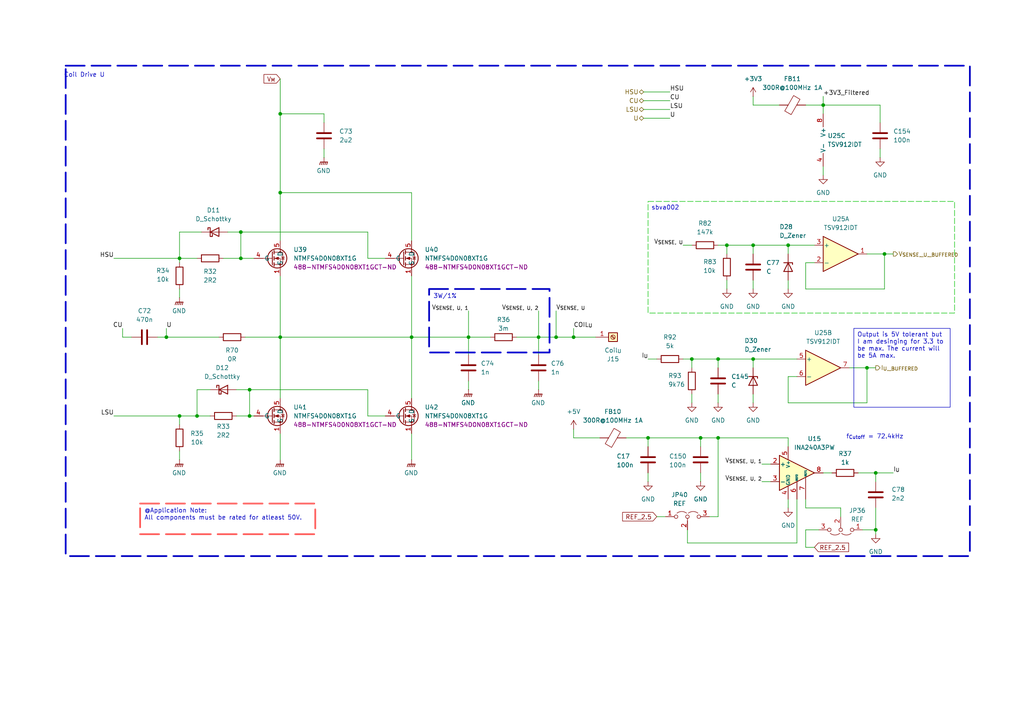
<source format=kicad_sch>
(kicad_sch (version 20231120) (generator "eeschema") (generator_version "8.0")
  (paper "A4")
  (title_block (title "HyperDrive Motor Controller") (rev "Mk. 1") (company "University of Alberta EcoCar Team"))
  (lib_symbols
    (symbol "Amplifier_Current:INA240A3PW" (pin_names (offset 0.127))
      (property "Reference" "U" (at 3.81 3.81 0))
      (property "Value" "INA240A3PW" (at 3.81 -2.54 0))
      (symbol "INA240A3PW_0_1"
        (polyline (pts (xy 5.08 0) (xy -5.08 5.08) (xy -5.08 -5.08) (xy 5.08 0)) (stroke (width 0.254)) (fill (type background)))
      )
      (symbol "INA240A3PW_1_1"
        (pin passive line (at -2.54 -7.62 90) (length 3.81) hide (name "GND") (number "1"))
        (pin input line (at -7.62 2.54 0) (length 2.54) (name "+") (number "2"))
        (pin input line (at -7.62 -2.54 0) (length 2.54) (name "-") (number "3"))
        (pin power_in line (at -2.54 -7.62 90) (length 3.81) (name "GND") (number "4"))
        (pin power_in line (at -2.54 7.62 270) (length 3.81) (name "V+") (number "5"))
        (pin passive line (at 0 -7.62 90) (length 5.08) (name "REF2") (number "6"))
        (pin passive line (at 2.54 -7.62 90) (length 6.35) (name "REF1") (number "7"))
        (pin output line (at 7.62 0 180) (length 2.54) (name "~") (number "8"))
      )
    )
    (symbol "Amplifier_Operational:TSV912IDT" (pin_names (offset 0.127))
      (property "Reference" "U" (at 0 5.08 0))
      (property "Value" "TSV912IDT" (at 0 -5.08 0))
      (symbol "TSV912IDT_1_1"
        (polyline (pts (xy -5.08 5.08) (xy 5.08 0) (xy -5.08 -5.08) (xy -5.08 5.08)) (stroke (width 0.254)) (fill (type background)))
        (pin output line (at 7.62 0 180) (length 2.54) (name "~") (number "1"))
        (pin input line (at -7.62 -2.54 0) (length 2.54) (name "-") (number "2"))
        (pin input line (at -7.62 2.54 0) (length 2.54) (name "+") (number "3"))
      )
      (symbol "TSV912IDT_2_1"
        (polyline (pts (xy -5.08 5.08) (xy 5.08 0) (xy -5.08 -5.08) (xy -5.08 5.08)) (stroke (width 0.254)) (fill (type background)))
        (pin input line (at -7.62 2.54 0) (length 2.54) (name "+") (number "5"))
        (pin input line (at -7.62 -2.54 0) (length 2.54) (name "-") (number "6"))
        (pin output line (at 7.62 0 180) (length 2.54) (name "~") (number "7"))
      )
      (symbol "TSV912IDT_3_1"
        (pin power_in line (at -2.54 -7.62 90) (length 3.81) (name "V-") (number "4"))
        (pin power_in line (at -2.54 7.62 270) (length 3.81) (name "V+") (number "8"))
      )
    )
    (symbol "Connector:Screw_Terminal_01x01" (pin_names (offset 1.016) hide)
      (property "Reference" "J" (at 0 2.54 0))
      (property "Value" "Screw_Terminal_01x01" (at 0 -2.54 0))
      (symbol "Screw_Terminal_01x01_1_1"
        (rectangle (start -1.27 1.27) (end 1.27 -1.27) (stroke (width 0.254)) (fill (type background)))
        (polyline (pts (xy -0.5334 0.3302) (xy 0.3302 -0.508)) (stroke (width 0.1524)))
        (polyline (pts (xy -0.3556 0.508) (xy 0.508 -0.3302)) (stroke (width 0.1524)))
        (circle (center 0 0) (radius 0.635) (stroke (width 0.1524)))
        (pin passive line (at -5.08 0 0) (length 3.81) (name "Pin_1") (number "1"))
      )
    )
    (symbol "Device:C" (pin_numbers hide) (pin_names (offset 0.254))
      (property "Reference" "C" (at 0.635 2.54 0))
      (property "Value" "C" (at 0.635 -2.54 0))
      (symbol "C_0_1"
        (polyline (pts (xy -2.032 -0.762) (xy 2.032 -0.762)) (stroke (width 0.508)))
        (polyline (pts (xy -2.032 0.762) (xy 2.032 0.762)) (stroke (width 0.508)))
      )
      (symbol "C_1_1"
        (pin passive line (at 0 3.81 270) (length 2.794) (name "~") (number "1"))
        (pin passive line (at 0 -3.81 90) (length 2.794) (name "~") (number "2"))
      )
    )
    (symbol "Device:D_Schottky" (pin_numbers hide) (pin_names (offset 1.016) hide)
      (property "Reference" "D" (at 0 2.54 0))
      (property "Value" "D_Schottky" (at 0 -2.54 0))
      (symbol "D_Schottky_0_1"
        (polyline (pts (xy 1.27 0) (xy -1.27 0)))
        (polyline (pts (xy 1.27 1.27) (xy 1.27 -1.27) (xy -1.27 0) (xy 1.27 1.27)) (stroke (width 0.254)))
        (polyline (pts (xy -1.905 0.635) (xy -1.905 1.27) (xy -1.27 1.27) (xy -1.27 -1.27) (xy -0.635 -1.27) (xy -0.635 -0.635)) (stroke (width 0.254)))
      )
      (symbol "D_Schottky_1_1"
        (pin passive line (at -3.81 0 0) (length 2.54) (name "K") (number "1"))
        (pin passive line (at 3.81 0 180) (length 2.54) (name "A") (number "2"))
      )
    )
    (symbol "Device:D_Zener" (pin_numbers hide) (pin_names (offset 1.016) hide)
      (property "Reference" "D" (at 0 2.54 0))
      (property "Value" "D_Zener" (at 0 -2.54 0))
      (symbol "D_Zener_0_1"
        (polyline (pts (xy 1.27 0) (xy -1.27 0)))
        (polyline (pts (xy -1.27 -1.27) (xy -1.27 1.27) (xy -0.762 1.27)) (stroke (width 0.254)))
        (polyline (pts (xy 1.27 -1.27) (xy 1.27 1.27) (xy -1.27 0) (xy 1.27 -1.27)) (stroke (width 0.254)))
      )
      (symbol "D_Zener_1_1"
        (pin passive line (at -3.81 0 0) (length 2.54) (name "K") (number "1"))
        (pin passive line (at 3.81 0 180) (length 2.54) (name "A") (number "2"))
      )
    )
    (symbol "Device:FerriteBead" (pin_numbers hide) (pin_names (offset 0))
      (property "Reference" "FB" (at -3.81 0.635 90))
      (property "Value" "FerriteBead" (at 3.81 0 90))
      (symbol "FerriteBead_0_1"
        (polyline (pts (xy 0 -1.27) (xy 0 -1.2192)))
        (polyline (pts (xy 0 1.27) (xy 0 1.2954)))
        (polyline (pts (xy -2.7686 0.4064) (xy -1.7018 2.2606) (xy 2.7686 -0.3048) (xy 1.6764 -2.159) (xy -2.7686 0.4064)))
      )
      (symbol "FerriteBead_1_1"
        (pin passive line (at 0 3.81 270) (length 2.54) (name "~") (number "1"))
        (pin passive line (at 0 -3.81 90) (length 2.54) (name "~") (number "2"))
      )
    )
    (symbol "Device:R" (pin_numbers hide) (pin_names (offset 0))
      (property "Reference" "R" (at 2.032 0 90))
      (property "Value" "R" (at 0 0 90))
      (symbol "R_0_1"
        (rectangle (start -1.016 -2.54) (end 1.016 2.54) (stroke (width 0.254)))
      )
      (symbol "R_1_1"
        (pin passive line (at 0 3.81 270) (length 1.27) (name "~") (number "1"))
        (pin passive line (at 0 -3.81 90) (length 1.27) (name "~") (number "2"))
      )
    )
    (symbol "Jumper:Jumper_3_Open" (pin_names (offset 0) hide) (exclude_from_sim yes) (in_bom no)
      (property "Reference" "JP" (at -2.54 -2.54 0))
      (property "Value" "Jumper_3_Open" (at 0 2.794 0))
      (symbol "Jumper_3_Open_0_0"
        (circle (center -3.302 0) (radius 0.508))
        (circle (center 0 0) (radius 0.508))
        (circle (center 3.302 0) (radius 0.508))
      )
      (symbol "Jumper_3_Open_0_1"
        (arc (start -0.254 1.016) (mid -1.651 1.4992) (end -3.048 1.016))
        (polyline (pts (xy 0 -0.508) (xy 0 -1.27)))
        (arc (start 3.048 1.016) (mid 1.651 1.4992) (end 0.254 1.016))
      )
      (symbol "Jumper_3_Open_1_1"
        (pin passive line (at -6.35 0 0) (length 2.54) (name "A") (number "1"))
        (pin passive line (at 0 -3.81 90) (length 2.54) (name "C") (number "2"))
        (pin passive line (at 6.35 0 180) (length 2.54) (name "B") (number "3"))
      )
    )
    (symbol "NTMFS4D0N08XT1G_1"
      (property "Reference" "U" (at 3.556 5.08 0))
      (property "Value" "NTMFS4D0N08XT1G" (at 11.938 2.794 0))
      (property "DK#" "488-NTMFS4D0N08XT1GCT-ND" (at 0.762 -13.97 0))
      (symbol "NTMFS4D0N08XT1G_1_0_1"
        (circle (center -0.889 0) (radius 2.794) (stroke (width 0.254)))
        (circle (center 0 -1.778) (radius 0.254) (fill (type outline)))
        (polyline (pts (xy -2.286 0) (xy -5.08 0)))
        (polyline (pts (xy -2.286 1.905) (xy -2.286 -1.905)) (stroke (width 0.254)))
        (polyline (pts (xy -1.778 -1.27) (xy -1.778 -2.286)) (stroke (width 0.254)))
        (polyline (pts (xy -1.778 0.508) (xy -1.778 -0.508)) (stroke (width 0.254)))
        (polyline (pts (xy -1.778 2.286) (xy -1.778 1.27)) (stroke (width 0.254)))
        (polyline (pts (xy 0 2.54) (xy 0 1.778)))
        (polyline (pts (xy 0 -2.54) (xy 0 0) (xy -1.778 0)))
        (polyline (pts (xy -1.778 -1.778) (xy 0.762 -1.778) (xy 0.762 1.778) (xy -1.778 1.778)))
        (polyline (pts (xy -1.524 0) (xy -0.508 0.381) (xy -0.508 -0.381) (xy -1.524 0)) (fill (type outline)))
        (polyline (pts (xy 0.254 0.508) (xy 0.381 0.381) (xy 1.143 0.381) (xy 1.27 0.254)))
        (polyline (pts (xy 0.762 0.381) (xy 0.381 -0.254) (xy 1.143 -0.254) (xy 0.762 0.381)))
        (circle (center 0 1.778) (radius 0.254) (fill (type outline)))
      )
      (symbol "NTMFS4D0N08XT1G_1_1_1"
        (pin passive line (at 0 -5.08 90) (length 2.54) (name "S") (number "1"))
        (pin passive line (at 0 -5.08 90) (length 2.54) hide (name "S") (number "2"))
        (pin passive line (at 0 -5.08 90) (length 2.54) hide (name "S") (number "3"))
        (pin input line (at -7.62 0 0) (length 2.54) (name "G") (number "4"))
        (pin passive line (at 0 5.08 270) (length 2.54) (name "D") (number "5"))
      )
    )
    (symbol "power:+3V3" (power) (pin_numbers hide) (pin_names (offset 0) hide)
      (property "Value" "+3V3" (at 0 3.556 0))
      (symbol "+3V3_0_1"
        (polyline (pts (xy -0.762 1.27) (xy 0 2.54)))
        (polyline (pts (xy 0 0) (xy 0 2.54)))
        (polyline (pts (xy 0 2.54) (xy 0.762 1.27)))
      )
      (symbol "+3V3_1_1"
        (pin power_in line (at 0 0 90) (length 0) (name "~") (number "1"))
      )
    )
    (symbol "power:+5V" (power) (pin_numbers hide) (pin_names (offset 0) hide)
      (property "Value" "+5V" (at 0 3.556 0))
      (symbol "+5V_0_1"
        (polyline (pts (xy -0.762 1.27) (xy 0 2.54)))
        (polyline (pts (xy 0 0) (xy 0 2.54)))
        (polyline (pts (xy 0 2.54) (xy 0.762 1.27)))
      )
      (symbol "+5V_1_1"
        (pin power_in line (at 0 0 90) (length 0) (name "~") (number "1"))
      )
    )
    (symbol "power:GND" (power) (pin_numbers hide) (pin_names (offset 0) hide)
      (property "Value" "GND" (at 0 -3.81 0))
      (symbol "GND_0_1"
        (polyline (pts (xy 0 0) (xy 0 -1.27) (xy 1.27 -1.27) (xy 0 -2.54) (xy -1.27 -1.27) (xy 0 -1.27)))
      )
      (symbol "GND_1_1"
        (pin power_in line (at 0 0 270) (length 0) (name "~") (number "1"))
      )
    )
    (symbol "power:GNDPWR" (power) (pin_numbers hide) (pin_names (offset 0) hide)
      (property "Value" "GNDPWR" (at 0 -3.302 0))
      (symbol "GNDPWR_0_1"
        (polyline (pts (xy 0 -1.27) (xy 0 0)))
        (polyline (pts (xy -1.016 -1.27) (xy -1.27 -2.032) (xy -1.27 -2.032)) (stroke (width 0.2032)))
        (polyline (pts (xy -0.508 -1.27) (xy -0.762 -2.032) (xy -0.762 -2.032)) (stroke (width 0.2032)))
        (polyline (pts (xy 0 -1.27) (xy -0.254 -2.032) (xy -0.254 -2.032)) (stroke (width 0.2032)))
        (polyline (pts (xy 0.508 -1.27) (xy 0.254 -2.032) (xy 0.254 -2.032)) (stroke (width 0.2032)))
        (polyline (pts (xy 1.016 -1.27) (xy -1.016 -1.27) (xy -1.016 -1.27)) (stroke (width 0.2032)))
        (polyline (pts (xy 1.016 -1.27) (xy 0.762 -2.032) (xy 0.762 -2.032) (xy 0.762 -2.032)) (stroke (width 0.2032)))
      )
      (symbol "GNDPWR_1_1"
        (pin power_in line (at 0 0 270) (length 0) (name "~") (number "1"))
      )
    )
  )
  (junction (at 81.28 97.79))
  (junction (at 69.85 67.31))
  (junction (at 210.82 71.12))
  (junction (at 256.54 73.66))
  (junction (at 72.39 113.03))
  (junction (at 135.89 97.79))
  (junction (at 81.28 33.02))
  (junction (at 48.26 97.79))
  (junction (at 208.28 104.14))
  (junction (at 200.66 104.14))
  (junction (at 52.07 120.65))
  (junction (at 166.37 97.79))
  (junction (at 187.96 127))
  (junction (at 238.76 30.48))
  (junction (at 228.6 71.12))
  (junction (at 156.21 97.79))
  (junction (at 218.44 104.14))
  (junction (at 69.85 74.93))
  (junction (at 119.38 97.79))
  (junction (at 218.44 71.12))
  (junction (at 161.29 97.79))
  (junction (at 254 153.67))
  (junction (at 81.28 55.88))
  (junction (at 208.28 127))
  (junction (at 57.15 120.65))
  (junction (at 251.46 106.68))
  (junction (at 254 137.16))
  (junction (at 203.2 127))
  (junction (at 52.07 74.93))
  (junction (at 72.39 120.65))
  (wire (pts (xy 52.07 130.81) (xy 52.07 133.35)))
  (wire (pts (xy 228.6 71.12) (xy 236.22 71.12)))
  (wire (pts (xy 233.68 153.67) (xy 233.68 158.75)))
  (wire (pts (xy 208.28 127) (xy 208.28 149.86)))
  (wire (pts (xy 69.85 74.93) (xy 73.66 74.93)))
  (wire (pts (xy 203.2 129.54) (xy 203.2 127)))
  (wire (pts (xy 57.15 120.65) (xy 60.96 120.65)))
  (wire (pts (xy 238.76 30.48) (xy 238.76 33.02)))
  (wire (pts (xy 198.12 104.14) (xy 200.66 104.14)))
  (wire (pts (xy 210.82 71.12) (xy 218.44 71.12)))
  (wire (pts (xy 119.38 55.88) (xy 81.28 55.88)))
  (wire (pts (xy 135.89 97.79) (xy 135.89 102.87)))
  (wire (pts (xy 57.15 120.65) (xy 52.07 120.65)))
  (wire (pts (xy 57.15 113.03) (xy 57.15 120.65)))
  (wire (pts (xy 218.44 104.14) (xy 218.44 106.68)))
  (wire (pts (xy 135.89 97.79) (xy 142.24 97.79)))
  (wire (pts (xy 156.21 97.79) (xy 156.21 102.87)))
  (wire (pts (xy 156.21 110.49) (xy 156.21 113.03)))
  (wire (pts (xy 52.07 74.93) (xy 52.07 76.2)))
  (wire (pts (xy 166.37 127) (xy 173.99 127)))
  (wire (pts (xy 81.28 125.73) (xy 81.28 133.35)))
  (wire (pts (xy 119.38 97.79) (xy 135.89 97.79)))
  (wire (pts (xy 93.98 33.02) (xy 93.98 35.56)))
  (wire (pts (xy 190.5 149.86) (xy 193.04 149.86)))
  (wire (pts (xy 218.44 71.12) (xy 218.44 73.66)))
  (wire (pts (xy 68.58 113.03) (xy 72.39 113.03)))
  (wire (pts (xy 35.56 97.79) (xy 38.1 97.79)))
  (wire (pts (xy 228.6 144.78) (xy 228.6 147.32)))
  (wire (pts (xy 166.37 124.46) (xy 166.37 127)))
  (wire (pts (xy 218.44 81.28) (xy 218.44 83.82)))
  (wire (pts (xy 233.68 76.2) (xy 233.68 83.82)))
  (wire (pts (xy 81.28 33.02) (xy 93.98 33.02)))
  (wire (pts (xy 66.04 67.31) (xy 69.85 67.31)))
  (wire (pts (xy 166.37 95.25) (xy 166.37 97.79)))
  (wire (pts (xy 218.44 30.48) (xy 226.06 30.48)))
  (wire (pts (xy 198.12 71.12) (xy 200.66 71.12)))
  (wire (pts (xy 254 153.67) (xy 254 154.94)))
  (wire (pts (xy 106.68 120.65) (xy 111.76 120.65)))
  (wire (pts (xy 161.29 97.79) (xy 156.21 97.79)))
  (wire (pts (xy 119.38 125.73) (xy 119.38 133.35)))
  (wire (pts (xy 52.07 74.93) (xy 57.15 74.93)))
  (wire (pts (xy 250.19 153.67) (xy 254 153.67)))
  (wire (pts (xy 208.28 104.14) (xy 218.44 104.14)))
  (wire (pts (xy 254 137.16) (xy 248.92 137.16)))
  (wire (pts (xy 52.07 67.31) (xy 52.07 74.93)))
  (wire (pts (xy 166.37 97.79) (xy 172.72 97.79)))
  (wire (pts (xy 199.39 157.48) (xy 231.14 157.48)))
  (wire (pts (xy 199.39 153.67) (xy 199.39 157.48)))
  (wire (pts (xy 238.76 137.16) (xy 241.3 137.16)))
  (wire (pts (xy 72.39 120.65) (xy 73.66 120.65)))
  (wire (pts (xy 233.68 147.32) (xy 243.84 147.32)))
  (wire (pts (xy 186.69 26.67) (xy 194.31 26.67)))
  (wire (pts (xy 208.28 114.3) (xy 208.28 116.84)))
  (wire (pts (xy 186.69 29.21) (xy 194.31 29.21)))
  (wire (pts (xy 187.96 127) (xy 187.96 129.54)))
  (wire (pts (xy 149.86 97.79) (xy 156.21 97.79)))
  (wire (pts (xy 203.2 137.16) (xy 203.2 139.7)))
  (wire (pts (xy 48.26 97.79) (xy 63.5 97.79)))
  (wire (pts (xy 251.46 106.68) (xy 254 106.68)))
  (wire (pts (xy 187.96 127) (xy 203.2 127)))
  (wire (pts (xy 81.28 55.88) (xy 81.28 69.85)))
  (wire (pts (xy 69.85 67.31) (xy 69.85 74.93)))
  (wire (pts (xy 187.96 104.14) (xy 190.5 104.14)))
  (wire (pts (xy 52.07 83.82) (xy 52.07 86.36)))
  (wire (pts (xy 220.98 134.62) (xy 223.52 134.62)))
  (wire (pts (xy 256.54 73.66) (xy 259.08 73.66)))
  (wire (pts (xy 218.44 27.94) (xy 218.44 30.48)))
  (wire (pts (xy 186.69 31.75) (xy 194.31 31.75)))
  (wire (pts (xy 200.66 104.14) (xy 208.28 104.14)))
  (wire (pts (xy 210.82 71.12) (xy 210.82 73.66)))
  (wire (pts (xy 119.38 80.01) (xy 119.38 97.79)))
  (wire (pts (xy 228.6 71.12) (xy 228.6 73.66)))
  (wire (pts (xy 208.28 104.14) (xy 208.28 106.68)))
  (wire (pts (xy 238.76 27.94) (xy 238.76 30.48)))
  (wire (pts (xy 60.96 113.03) (xy 57.15 113.03)))
  (wire (pts (xy 203.2 127) (xy 208.28 127)))
  (wire (pts (xy 256.54 83.82) (xy 256.54 73.66)))
  (wire (pts (xy 186.69 34.29) (xy 194.31 34.29)))
  (wire (pts (xy 228.6 109.22) (xy 228.6 116.84)))
  (wire (pts (xy 233.68 144.78) (xy 233.68 147.32)))
  (wire (pts (xy 161.29 90.17) (xy 161.29 97.79)))
  (wire (pts (xy 243.84 147.32) (xy 243.84 149.86)))
  (wire (pts (xy 231.14 157.48) (xy 231.14 144.78)))
  (wire (pts (xy 208.28 71.12) (xy 210.82 71.12)))
  (wire (pts (xy 238.76 48.26) (xy 238.76 50.8)))
  (wire (pts (xy 255.27 30.48) (xy 238.76 30.48)))
  (wire (pts (xy 251.46 73.66) (xy 256.54 73.66)))
  (wire (pts (xy 45.72 97.79) (xy 48.26 97.79)))
  (wire (pts (xy 228.6 127) (xy 228.6 129.54)))
  (wire (pts (xy 236.22 158.75) (xy 233.68 158.75)))
  (wire (pts (xy 52.07 120.65) (xy 52.07 123.19)))
  (wire (pts (xy 228.6 81.28) (xy 228.6 83.82)))
  (wire (pts (xy 81.28 33.02) (xy 81.28 55.88)))
  (wire (pts (xy 228.6 109.22) (xy 231.14 109.22)))
  (wire (pts (xy 200.66 104.14) (xy 200.66 106.68)))
  (wire (pts (xy 68.58 120.65) (xy 72.39 120.65)))
  (wire (pts (xy 106.68 120.65) (xy 106.68 113.03)))
  (wire (pts (xy 218.44 114.3) (xy 218.44 116.84)))
  (wire (pts (xy 106.68 113.03) (xy 72.39 113.03)))
  (wire (pts (xy 71.12 97.79) (xy 81.28 97.79)))
  (wire (pts (xy 33.02 120.65) (xy 52.07 120.65)))
  (wire (pts (xy 254 147.32) (xy 254 153.67)))
  (wire (pts (xy 156.21 90.17) (xy 156.21 97.79)))
  (wire (pts (xy 106.68 74.93) (xy 111.76 74.93)))
  (wire (pts (xy 135.89 110.49) (xy 135.89 113.03)))
  (wire (pts (xy 228.6 116.84) (xy 251.46 116.84)))
  (wire (pts (xy 48.26 95.25) (xy 48.26 97.79)))
  (wire (pts (xy 218.44 104.14) (xy 231.14 104.14)))
  (wire (pts (xy 166.37 97.79) (xy 161.29 97.79)))
  (wire (pts (xy 81.28 80.01) (xy 81.28 97.79)))
  (wire (pts (xy 119.38 69.85) (xy 119.38 55.88)))
  (wire (pts (xy 81.28 22.86) (xy 81.28 33.02)))
  (wire (pts (xy 58.42 67.31) (xy 52.07 67.31)))
  (wire (pts (xy 233.68 153.67) (xy 237.49 153.67)))
  (wire (pts (xy 135.89 90.17) (xy 135.89 97.79)))
  (wire (pts (xy 233.68 83.82) (xy 256.54 83.82)))
  (wire (pts (xy 119.38 115.57) (xy 119.38 97.79)))
  (wire (pts (xy 233.68 30.48) (xy 238.76 30.48)))
  (wire (pts (xy 208.28 127) (xy 228.6 127)))
  (wire (pts (xy 81.28 97.79) (xy 119.38 97.79)))
  (wire (pts (xy 220.98 139.7) (xy 223.52 139.7)))
  (wire (pts (xy 254 137.16) (xy 254 139.7)))
  (wire (pts (xy 187.96 137.16) (xy 187.96 139.7)))
  (wire (pts (xy 106.68 74.93) (xy 106.68 67.31)))
  (wire (pts (xy 106.68 67.31) (xy 69.85 67.31)))
  (wire (pts (xy 251.46 106.68) (xy 246.38 106.68)))
  (wire (pts (xy 236.22 76.2) (xy 233.68 76.2)))
  (wire (pts (xy 72.39 113.03) (xy 72.39 120.65)))
  (wire (pts (xy 64.77 74.93) (xy 69.85 74.93)))
  (wire (pts (xy 255.27 35.56) (xy 255.27 30.48)))
  (wire (pts (xy 254 137.16) (xy 259.08 137.16)))
  (wire (pts (xy 200.66 114.3) (xy 200.66 116.84)))
  (wire (pts (xy 251.46 116.84) (xy 251.46 106.68)))
  (wire (pts (xy 255.27 43.18) (xy 255.27 45.72)))
  (wire (pts (xy 181.61 127) (xy 187.96 127)))
  (wire (pts (xy 93.98 43.18) (xy 93.98 45.72)))
  (wire (pts (xy 210.82 81.28) (xy 210.82 83.82)))
  (wire (pts (xy 81.28 97.79) (xy 81.28 115.57)))
  (wire (pts (xy 33.02 74.93) (xy 52.07 74.93)))
  (wire (pts (xy 35.56 95.25) (xy 35.56 97.79)))
  (wire (pts (xy 208.28 149.86) (xy 205.74 149.86)))
  (wire (pts (xy 218.44 71.12) (xy 228.6 71.12)))
  (rectangle (start 19.05 19.05) (end 281.305 161.29) (stroke (width 0.5) (type dash)))
  (text_box "3W/1%" (at 124.46 83.82 0) (size 34.925 18.415) (stroke (width 0.5) (type dash)) (effects (font (size 1.27 1.27)) (justify left top)))
  (text_box "@Application Note:\nAll components must be rated for atleast 50V." (at 40.64 146.05 0) (size 50.8 8.89) (stroke (width 0.5) (type dash) (color 255 88 86 1)) (effects (font (size 1.27 1.27)) (justify left top)))
  (text_box "Output is 5V tolerant but I am desinging for 3.3 to be max. The current will be 5A max." (at 247.65 95.25 0) (size 27.94 22.86) (effects (font (size 1.27 1.27)) (justify left top)))
  (text_box "sbva002" (at 187.96 58.42 0) (size 88.9 32.385) (stroke (width 0) (type dash) (color 0 194 0 1)) (effects (font (size 1.27 1.27)) (justify left top)))
  (text "Coil Drive U" (at 18.542 21.844 0) (effects (font (size 1.27 1.27)) (justify left)))
  (text "f_{Cutoff} = 72.4kHz" (at 253.746 126.746 0) (effects (font (size 1.27 1.27))))
  (label "HSU" (at 194.31 26.67 0))
  (label "+3V3_Filtered" (at 238.76 27.94 0))
  (label "HSU" (at 33.02 74.93 180))
  (label "U" (at 48.26 95.25 0))
  (label "V_{SENSE, U, 2}" (at 220.98 139.7 180))
  (label "CU" (at 35.56 95.25 180))
  (label "I_{U}" (at 259.08 137.16 0))
  (label "V_{SENSE, U}" (at 198.12 71.12 180))
  (label "U" (at 194.31 34.29 0))
  (label "LSU" (at 33.02 120.65 180))
  (label "COIL_{U}" (at 166.37 95.25 0))
  (label "I_{U}" (at 187.96 104.14 180))
  (label "V_{SENSE, U, 1}" (at 135.89 90.17 180))
  (label "CU" (at 194.31 29.21 0))
  (label "V_{SENSE, U, 2}" (at 156.21 90.17 180))
  (label "V_{SENSE, U, 1}" (at 220.98 134.62 180))
  (label "LSU" (at 194.31 31.75 0))
  (label "V_{SENSE, U}" (at 161.29 90.17 0))
  (global_label "V_{M}" (shape input) (at 81.28 22.86 180) (property "Intersheetrefs" "${INTERSHEET_REFS}" (effects (hide yes))))
  (global_label "REF_2.5" (shape input) (at 190.5 149.86 180) (property "Intersheetrefs" "${INTERSHEET_REFS}" (effects (hide yes))))
  (global_label "REF_2.5" (shape input) (at 236.22 158.75 0) (property "Intersheetrefs" "${INTERSHEET_REFS}" (effects (hide yes))))
  (hierarchical_label "HSU" (shape bidirectional) (at 186.69 26.67 180))
  (hierarchical_label "U" (shape bidirectional) (at 186.69 34.29 180))
  (hierarchical_label "LSU" (shape bidirectional) (at 186.69 31.75 180))
  (hierarchical_label "V_{SENSE,_U,_BUFFERED}" (shape output) (at 259.08 73.66 0))
  (hierarchical_label "I_{U,_BUFFERED}" (shape output) (at 254 106.68 0))
  (hierarchical_label "CU" (shape bidirectional) (at 186.69 29.21 180))
  (symbol (lib_name "NTMFS4D0N08XT1G_1") (lib_id "ecocad_lib_symbols:NTMFS4D0N08XT1G") (at 119.38 74.93 0) (unit 1)
    (property "Reference" "U40" (at 123.19 72.3899 0) (effects (justify left)))
    (property "Value" "NTMFS4D0N08XT1G" (at 123.19 74.9299 0) (effects (justify left)))
    (property "Footprint" "ecocad_lib_footprints:PowerMosDFNHybrid" (effects (hide yes)))
    (property "Datasheet" "https://www.onsemi.com/download/data-sheet/pdf/ntmfs4d0n08x-d.pdf" (effects (hide yes)))
    (property "Description" "N-Channel 80 V 119A (Tc) 107W (Tc) Surface Mount 5-DFN (5x6) (8-SOFL)" (effects (hide yes)))
    (property "DK#" "488-NTMFS4D0N08XT1GCT-ND" (at 123.19 77.4699 0) (effects (justify left)))
  )
  (symbol (lib_id "Device:R") (at 60.96 74.93 90) (unit 1)
    (property "Reference" "R32" (at 60.96 78.74 90))
    (property "Value" "2R2" (at 60.96 81.28 90))
    (property "Footprint" "Resistor_SMD:R_0603_1608Metric" (effects (hide yes)))
    (property "Description" "Resistor" (effects (hide yes)))
  )
  (symbol (lib_id "Amplifier_Operational:TSV912IDT") (at 243.84 73.66 0) (unit 1)
    (property "Reference" "U25" (at 243.84 63.5 0))
    (property "Value" "TSV912IDT" (at 243.84 66.04 0))
    (property "Footprint" "Package_SO:SOIC-8_3.9x4.9mm_P1.27mm" (effects (hide yes)))
    (property "Datasheet" "www.st.com/resource/en/datasheet/tsv911.pdf" (effects (hide yes)))
    (property "Description" "Dual rail-to-rail input/output 8 MHz operational amplifiers, SOIC-8" (effects (hide yes)))
    (property "LCSC Part#" "C1509138" (effects (hide yes)))
    (property "DK#" "497-8165-1-ND" (effects (hide yes)))
    (property "LCSC#" "C1509138" (effects (hide yes)))
  )
  (symbol (lib_id "power:GNDPWR") (at 81.28 133.35 0) (unit 1)
    (property "Reference" "#PWR0108" (effects (hide yes)))
    (property "Value" "GND" (at 81.153 137.16 0))
    (property "Description" "Power symbol creates a global label with name \"GNDPWR\" , global ground" (effects (hide yes)))
  )
  (symbol (lib_id "Amplifier_Current:INA240A3PW") (at 231.14 137.16 0) (unit 1)
    (property "Reference" "U15" (at 236.22 127.254 0))
    (property "Value" "INA240A3PW" (at 236.22 129.794 0))
    (property "Footprint" "Package_SO:TSSOP-8_4.4x3mm_P0.65mm" (effects (hide yes)))
    (property "Datasheet" "http://www.ti.com/lit/ds/symlink/ina240.pdf" (effects (hide yes)))
    (property "Description" "High- and Low-Side, Bidirectional, Zero-Drift, Current-Sense Amplifier With Enhanced PWM Rejection, 100V/V, TSSOP-8" (effects (hide yes)))
  )
  (symbol (lib_id "Device:D_Zener") (at 218.44 110.49 270) (unit 1)
    (property "Reference" "D30" (at 215.9 98.806 90) (effects (justify left)))
    (property "Value" "D_Zener" (at 215.9 101.346 90) (effects (justify left)))
    (property "Description" "Zener diode" (effects (hide yes)))
  )
  (symbol (lib_id "Amplifier_Operational:TSV912IDT") (at 241.3 40.64 0) (unit 3)
    (property "Reference" "U25" (at 240.03 39.3699 0) (effects (justify left)))
    (property "Value" "TSV912IDT" (at 240.03 41.9099 0) (effects (justify left)))
    (property "Footprint" "Package_SO:SOIC-8_3.9x4.9mm_P1.27mm" (effects (hide yes)))
    (property "Datasheet" "www.st.com/resource/en/datasheet/tsv911.pdf" (effects (hide yes)))
    (property "Description" "Dual rail-to-rail input/output 8 MHz operational amplifiers, SOIC-8" (effects (hide yes)))
    (property "LCSC Part#" "C1509138" (effects (hide yes)))
    (property "DK#" "497-8165-1-ND" (effects (hide yes)))
    (property "LCSC#" "C1509138" (effects (hide yes)))
  )
  (symbol (lib_id "Device:D_Zener") (at 228.6 77.47 270) (unit 1)
    (property "Reference" "D28" (at 226.06 65.786 90) (effects (justify left)))
    (property "Value" "D_Zener" (at 226.06 68.326 90) (effects (justify left)))
    (property "Description" "Zener diode" (effects (hide yes)))
  )
  (symbol (lib_id "Device:C") (at 218.44 77.47 0) (unit 1)
    (property "Reference" "C77" (at 222.25 76.1999 0) (effects (justify left)))
    (property "Value" "C" (at 222.25 78.7399 0) (effects (justify left)))
    (property "Footprint" "Capacitor_SMD:C_0603_1608Metric" (effects (hide yes)))
    (property "Description" "Unpolarized capacitor" (effects (hide yes)))
  )
  (symbol (lib_id "power:GND") (at 238.76 50.8 0) (unit 1)
    (property "Reference" "#PWR0228" (effects (hide yes)))
    (property "Value" "GND" (at 238.76 55.88 0))
    (property "Description" "Power symbol creates a global label with name \"GND\" , ground" (effects (hide yes)))
  )
  (symbol (lib_id "power:GND") (at 187.96 139.7 0) (unit 1)
    (property "Reference" "#PWR0219" (effects (hide yes)))
    (property "Value" "GND" (at 187.96 144.78 0))
    (property "Description" "Power symbol creates a global label with name \"GND\" , ground" (effects (hide yes)))
  )
  (symbol (lib_id "power:GNDPWR") (at 119.38 133.35 0) (unit 1)
    (property "Reference" "#PWR0138" (effects (hide yes)))
    (property "Value" "GND" (at 119.253 137.16 0))
    (property "Description" "Power symbol creates a global label with name \"GNDPWR\" , global ground" (effects (hide yes)))
  )
  (symbol (lib_id "Device:C") (at 208.28 110.49 0) (unit 1)
    (property "Reference" "C145" (at 212.09 109.2199 0) (effects (justify left)))
    (property "Value" "C" (at 212.09 111.7599 0) (effects (justify left)))
    (property "Footprint" "Capacitor_SMD:C_0603_1608Metric" (effects (hide yes)))
    (property "Description" "Unpolarized capacitor" (effects (hide yes)))
  )
  (symbol (lib_id "Device:C") (at 156.21 106.68 0) (unit 1)
    (property "Reference" "C76" (at 159.766 105.41 0) (effects (justify left)))
    (property "Value" "1n" (at 159.766 107.95 0) (effects (justify left)))
    (property "Footprint" "Capacitor_SMD:C_0603_1608Metric" (effects (hide yes)))
    (property "Description" "Unpolarized capacitor" (effects (hide yes)))
  )
  (symbol (lib_id "power:GNDPWR") (at 135.89 113.03 0) (unit 1)
    (property "Reference" "#PWR0110" (effects (hide yes)))
    (property "Value" "GND" (at 135.763 116.84 0))
    (property "Description" "Power symbol creates a global label with name \"GNDPWR\" , global ground" (effects (hide yes)))
  )
  (symbol (lib_id "power:GND") (at 218.44 83.82 0) (unit 1)
    (property "Reference" "#PWR0226" (effects (hide yes)))
    (property "Value" "GND" (at 218.44 88.9 0))
    (property "Description" "Power symbol creates a global label with name \"GND\" , ground" (effects (hide yes)))
  )
  (symbol (lib_id "Amplifier_Operational:TSV912IDT") (at 238.76 106.68 0) (unit 2)
    (property "Reference" "U25" (at 238.76 96.52 0))
    (property "Value" "TSV912IDT" (at 238.76 99.06 0))
    (property "Footprint" "Package_SO:SOIC-8_3.9x4.9mm_P1.27mm" (effects (hide yes)))
    (property "Datasheet" "www.st.com/resource/en/datasheet/tsv911.pdf" (effects (hide yes)))
    (property "Description" "Dual rail-to-rail input/output 8 MHz operational amplifiers, SOIC-8" (effects (hide yes)))
    (property "LCSC Part#" "C1509138" (effects (hide yes)))
    (property "DK#" "497-8165-1-ND" (effects (hide yes)))
    (property "LCSC#" "C1509138" (effects (hide yes)))
  )
  (symbol (lib_id "power:+5V") (at 166.37 124.46 0) (unit 1)
    (property "Reference" "#PWR021" (effects (hide yes)))
    (property "Value" "+5V" (at 166.37 119.38 0))
    (property "Description" "Power symbol creates a global label with name \"+5V\"" (effects (hide yes)))
  )
  (symbol (lib_id "Device:C") (at 254 143.51 0) (unit 1)
    (property "Reference" "C78" (at 258.572 141.986 0) (effects (justify left)))
    (property "Value" "2n2" (at 258.572 144.526 0) (effects (justify left)))
    (property "Footprint" "Capacitor_SMD:C_0603_1608Metric" (effects (hide yes)))
    (property "Description" "Unpolarized capacitor" (effects (hide yes)))
  )
  (symbol (lib_id "Device:R") (at 194.31 104.14 90) (unit 1)
    (property "Reference" "R92" (at 194.31 97.79 90))
    (property "Value" "5k" (at 194.31 100.33 90))
    (property "Footprint" "Resistor_SMD:R_0603_1608Metric" (effects (hide yes)))
    (property "Description" "Resistor" (effects (hide yes)))
  )
  (symbol (lib_id "power:GND") (at 218.44 116.84 0) (unit 1)
    (property "Reference" "#PWR0246" (effects (hide yes)))
    (property "Value" "GND" (at 218.44 121.92 0))
    (property "Description" "Power symbol creates a global label with name \"GND\" , ground" (effects (hide yes)))
  )
  (symbol (lib_id "Jumper:Jumper_3_Open") (at 199.39 149.86 0) (unit 1) (exclude_from_sim yes) (in_bom no)
    (property "Reference" "JP40" (at 197.104 143.51 0))
    (property "Value" "REF" (at 197.104 146.05 0))
    (property "Footprint" "Jumper:SolderJumper-3_P1.3mm_Open_Pad1.0x1.5mm" (effects (hide yes)))
    (property "Description" "Jumper, 3-pole, both open" (effects (hide yes)))
  )
  (symbol (lib_id "Device:R") (at 52.07 80.01 180) (unit 1)
    (property "Reference" "R34" (at 47.244 78.486 0))
    (property "Value" "10k" (at 47.244 81.026 0))
    (property "Footprint" "Resistor_SMD:R_0603_1608Metric" (effects (hide yes)))
    (property "Description" "Resistor" (effects (hide yes)))
  )
  (symbol (lib_id "Device:C") (at 41.91 97.79 270) (unit 1)
    (property "Reference" "C72" (at 41.91 90.17 90))
    (property "Value" "470n" (at 41.91 92.71 90))
    (property "Footprint" "Capacitor_SMD:C_0603_1608Metric" (effects (hide yes)))
    (property "Description" "Unpolarized capacitor" (effects (hide yes)))
  )
  (symbol (lib_id "power:GND") (at 208.28 116.84 0) (unit 1)
    (property "Reference" "#PWR0245" (effects (hide yes)))
    (property "Value" "GND" (at 208.28 121.92 0))
    (property "Description" "Power symbol creates a global label with name \"GND\" , ground" (effects (hide yes)))
  )
  (symbol (lib_name "NTMFS4D0N08XT1G_1") (lib_id "ecocad_lib_symbols:NTMFS4D0N08XT1G") (at 119.38 120.65 0) (unit 1)
    (property "Reference" "U42" (at 123.19 118.1099 0) (effects (justify left)))
    (property "Value" "NTMFS4D0N08XT1G" (at 123.19 120.6499 0) (effects (justify left)))
    (property "Footprint" "ecocad_lib_footprints:PowerMosDFNHybrid" (effects (hide yes)))
    (property "Datasheet" "https://www.onsemi.com/download/data-sheet/pdf/ntmfs4d0n08x-d.pdf" (effects (hide yes)))
    (property "Description" "N-Channel 80 V 119A (Tc) 107W (Tc) Surface Mount 5-DFN (5x6) (8-SOFL)" (effects (hide yes)))
    (property "DK#" "488-NTMFS4D0N08XT1GCT-ND" (at 123.19 123.1899 0) (effects (justify left)))
  )
  (symbol (lib_id "power:GNDPWR") (at 93.98 45.72 0) (unit 1)
    (property "Reference" "#PWR0109" (effects (hide yes)))
    (property "Value" "GND" (at 93.853 49.53 0))
    (property "Description" "Power symbol creates a global label with name \"GNDPWR\" , global ground" (effects (hide yes)))
  )
  (symbol (lib_id "Device:R") (at 210.82 77.47 180) (unit 1)
    (property "Reference" "R83" (at 203.962 75.946 0) (effects (justify right)))
    (property "Value" "10k" (at 203.962 78.486 0) (effects (justify right)))
    (property "Footprint" "Resistor_SMD:R_0603_1608Metric" (effects (hide yes)))
    (property "Description" "Resistor" (effects (hide yes)))
  )
  (symbol (lib_name "NTMFS4D0N08XT1G_1") (lib_id "ecocad_lib_symbols:NTMFS4D0N08XT1G") (at 81.28 74.93 0) (unit 1)
    (property "Reference" "U39" (at 85.09 72.3899 0) (effects (justify left)))
    (property "Value" "NTMFS4D0N08XT1G" (at 85.09 74.9299 0) (effects (justify left)))
    (property "Footprint" "ecocad_lib_footprints:PowerMosDFNHybrid" (effects (hide yes)))
    (property "Datasheet" "https://www.onsemi.com/download/data-sheet/pdf/ntmfs4d0n08x-d.pdf" (effects (hide yes)))
    (property "Description" "N-Channel 80 V 119A (Tc) 107W (Tc) Surface Mount 5-DFN (5x6) (8-SOFL)" (effects (hide yes)))
    (property "DK#" "488-NTMFS4D0N08XT1GCT-ND" (at 85.09 77.4699 0) (effects (justify left)))
  )
  (symbol (lib_id "power:GND") (at 203.2 139.7 0) (unit 1)
    (property "Reference" "#PWR0255" (effects (hide yes)))
    (property "Value" "GND" (at 203.2 144.78 0))
    (property "Description" "Power symbol creates a global label with name \"GND\" , ground" (effects (hide yes)))
  )
  (symbol (lib_id "power:GND") (at 254 154.94 0) (unit 1)
    (property "Reference" "#PWR0115" (effects (hide yes)))
    (property "Value" "GND" (at 254 160.02 0))
    (property "Description" "Power symbol creates a global label with name \"GND\" , ground" (effects (hide yes)))
  )
  (symbol (lib_id "Connector:Screw_Terminal_01x01") (at 177.8 97.79 0) (unit 1)
    (property "Reference" "J15" (at 177.8 104.14 0))
    (property "Value" "Coil_{U}" (at 177.8 101.6 0))
    (property "Footprint" "ecocad_lib_footprints:KEYSTONE_7691" (effects (hide yes)))
    (property "Description" "Generic screw terminal, single row, 01x01, script generated (kicad-library-utils/schlib/autogen/connector/)" (effects (hide yes)))
  )
  (symbol (lib_id "power:GND") (at 255.27 45.72 0) (unit 1)
    (property "Reference" "#PWR0268" (effects (hide yes)))
    (property "Value" "GND" (at 255.27 50.8 0))
    (property "Description" "Power symbol creates a global label with name \"GND\" , ground" (effects (hide yes)))
  )
  (symbol (lib_id "power:GND") (at 200.66 116.84 0) (unit 1)
    (property "Reference" "#PWR0244" (effects (hide yes)))
    (property "Value" "GND" (at 200.66 121.92 0))
    (property "Description" "Power symbol creates a global label with name \"GND\" , ground" (effects (hide yes)))
  )
  (symbol (lib_id "Device:FerriteBead") (at 177.8 127 90) (unit 1)
    (property "Reference" "FB10" (at 177.7492 119.38 90))
    (property "Value" "300R@100MHz 1A" (at 177.7492 121.92 90))
    (property "Footprint" "Inductor_SMD:L_0603_1608Metric" (effects (hide yes)))
    (property "Description" "Ferrite bead" (effects (hide yes)))
  )
  (symbol (lib_id "Device:C") (at 93.98 39.37 0) (unit 1)
    (property "Reference" "C73" (at 100.33 38.1 0))
    (property "Value" "2u2" (at 100.33 40.64 0))
    (property "Footprint" "Capacitor_SMD:C_1210_3225Metric" (effects (hide yes)))
    (property "Description" "Unpolarized capacitor" (effects (hide yes)))
  )
  (symbol (lib_id "Device:FerriteBead") (at 229.87 30.48 90) (unit 1)
    (property "Reference" "FB11" (at 229.8192 22.86 90))
    (property "Value" "300R@100MHz 1A" (at 229.8192 25.4 90))
    (property "Footprint" "Inductor_SMD:L_0603_1608Metric" (effects (hide yes)))
    (property "Description" "Ferrite bead" (effects (hide yes)))
  )
  (symbol (lib_id "power:GNDPWR") (at 52.07 133.35 0) (unit 1)
    (property "Reference" "#PWR0105" (effects (hide yes)))
    (property "Value" "GND" (at 51.943 137.16 0))
    (property "Description" "Power symbol creates a global label with name \"GNDPWR\" , global ground" (effects (hide yes)))
  )
  (symbol (lib_id "Device:R") (at 64.77 120.65 90) (unit 1)
    (property "Reference" "R33" (at 64.77 123.698 90))
    (property "Value" "2R2" (at 64.77 126.238 90))
    (property "Footprint" "Resistor_SMD:R_0603_1608Metric" (effects (hide yes)))
    (property "Description" "Resistor" (effects (hide yes)))
  )
  (symbol (lib_id "Device:C") (at 255.27 39.37 0) (unit 1)
    (property "Reference" "C154" (at 259.08 38.0999 0) (effects (justify left)))
    (property "Value" "100n" (at 259.08 40.6399 0) (effects (justify left)))
    (property "Footprint" "Capacitor_SMD:C_0603_1608Metric" (effects (hide yes)))
    (property "Description" "Unpolarized capacitor" (effects (hide yes)))
  )
  (symbol (lib_id "power:GND") (at 228.6 147.32 0) (unit 1)
    (property "Reference" "#PWR0114" (effects (hide yes)))
    (property "Value" "GND" (at 228.6 152.4 0))
    (property "Description" "Power symbol creates a global label with name \"GND\" , ground" (effects (hide yes)))
  )
  (symbol (lib_id "power:GND") (at 210.82 83.82 0) (unit 1)
    (property "Reference" "#PWR0225" (effects (hide yes)))
    (property "Value" "GND" (at 210.82 88.9 0))
    (property "Description" "Power symbol creates a global label with name \"GND\" , ground" (effects (hide yes)))
  )
  (symbol (lib_name "NTMFS4D0N08XT1G_1") (lib_id "ecocad_lib_symbols:NTMFS4D0N08XT1G") (at 81.28 120.65 0) (unit 1)
    (property "Reference" "U41" (at 85.09 118.1099 0) (effects (justify left)))
    (property "Value" "NTMFS4D0N08XT1G" (at 85.09 120.6499 0) (effects (justify left)))
    (property "Footprint" "ecocad_lib_footprints:PowerMosDFNHybrid" (effects (hide yes)))
    (property "Datasheet" "https://www.onsemi.com/download/data-sheet/pdf/ntmfs4d0n08x-d.pdf" (effects (hide yes)))
    (property "Description" "N-Channel 80 V 119A (Tc) 107W (Tc) Surface Mount 5-DFN (5x6) (8-SOFL)" (effects (hide yes)))
    (property "DK#" "488-NTMFS4D0N08XT1GCT-ND" (at 85.09 123.1899 0) (effects (justify left)))
  )
  (symbol (lib_id "Device:C") (at 203.2 133.35 0) (unit 1)
    (property "Reference" "C150" (at 194.056 132.334 0) (effects (justify left)))
    (property "Value" "100n" (at 194.056 134.874 0) (effects (justify left)))
    (property "Footprint" "Capacitor_SMD:C_0603_1608Metric" (effects (hide yes)))
    (property "Description" "Unpolarized capacitor" (effects (hide yes)))
  )
  (symbol (lib_id "Device:R") (at 200.66 110.49 180) (unit 1)
    (property "Reference" "R93" (at 193.802 108.966 0) (effects (justify right)))
    (property "Value" "9k76" (at 193.802 111.506 0) (effects (justify right)))
    (property "Footprint" "Resistor_SMD:R_0603_1608Metric" (effects (hide yes)))
    (property "Description" "Resistor" (effects (hide yes)))
  )
  (symbol (lib_id "power:GNDPWR") (at 156.21 113.03 0) (unit 1)
    (property "Reference" "#PWR0112" (effects (hide yes)))
    (property "Value" "GND" (at 156.083 116.84 0))
    (property "Description" "Power symbol creates a global label with name \"GNDPWR\" , global ground" (effects (hide yes)))
  )
  (symbol (lib_id "Device:R") (at 245.11 137.16 90) (unit 1)
    (property "Reference" "R37" (at 245.11 131.572 90))
    (property "Value" "1k" (at 245.11 134.112 90))
    (property "Footprint" "Resistor_SMD:R_0603_1608Metric" (effects (hide yes)))
    (property "Description" "Resistor" (effects (hide yes)))
  )
  (symbol (lib_id "Device:D_Schottky") (at 64.77 113.03 0) (unit 1)
    (property "Reference" "D12" (at 64.4525 106.68 0))
    (property "Value" "D_Schottky" (at 64.4525 109.22 0))
    (property "Description" "Schottky diode" (effects (hide yes)))
  )
  (symbol (lib_id "power:+3V3") (at 218.44 27.94 0) (unit 1)
    (property "Reference" "#PWR0106" (effects (hide yes)))
    (property "Value" "+3V3" (at 218.44 22.86 0))
    (property "Description" "Power symbol creates a global label with name \"+3V3\"" (effects (hide yes)))
  )
  (symbol (lib_id "power:GND") (at 228.6 83.82 0) (unit 1)
    (property "Reference" "#PWR0227" (effects (hide yes)))
    (property "Value" "GND" (at 228.6 88.9 0))
    (property "Description" "Power symbol creates a global label with name \"GND\" , ground" (effects (hide yes)))
  )
  (symbol (lib_id "Device:C") (at 187.96 133.35 0) (unit 1)
    (property "Reference" "C17" (at 178.816 132.334 0) (effects (justify left)))
    (property "Value" "100n" (at 178.816 134.874 0) (effects (justify left)))
    (property "Footprint" "Capacitor_SMD:C_0603_1608Metric" (effects (hide yes)))
    (property "Description" "Unpolarized capacitor" (effects (hide yes)))
  )
  (symbol (lib_id "Device:R") (at 146.05 97.79 90) (unit 1)
    (property "Reference" "R36" (at 146.05 92.71 90))
    (property "Value" "3m" (at 146.05 95.25 90))
    (property "Footprint" "ecocad_lib_footprints:CSS2H-2512" (effects (hide yes)))
    (property "Description" "Resistor" (effects (hide yes)))
    (property "DK#" "118-CSS2H-2512K-3L00FECT-ND" (effects (hide yes)))
  )
  (symbol (lib_id "Jumper:Jumper_3_Open") (at 243.84 153.67 180) (unit 1) (exclude_from_sim yes) (in_bom no)
    (property "Reference" "JP36" (at 248.666 148.082 0))
    (property "Value" "REF" (at 248.666 150.622 0))
    (property "Footprint" "Jumper:SolderJumper-3_P1.3mm_Open_Pad1.0x1.5mm" (effects (hide yes)))
    (property "Description" "Jumper, 3-pole, both open" (effects (hide yes)))
  )
  (symbol (lib_id "Device:C") (at 135.89 106.68 0) (unit 1)
    (property "Reference" "C74" (at 139.446 105.41 0) (effects (justify left)))
    (property "Value" "1n" (at 139.446 107.95 0) (effects (justify left)))
    (property "Footprint" "Capacitor_SMD:C_0603_1608Metric" (effects (hide yes)))
    (property "Description" "Unpolarized capacitor" (effects (hide yes)))
  )
  (symbol (lib_id "Device:R") (at 204.47 71.12 90) (unit 1)
    (property "Reference" "R82" (at 204.47 64.77 90))
    (property "Value" "147k" (at 204.47 67.31 90))
    (property "Footprint" "Resistor_SMD:R_0603_1608Metric" (effects (hide yes)))
    (property "Description" "Resistor" (effects (hide yes)))
  )
  (symbol (lib_id "Device:R") (at 52.07 127 180) (unit 1)
    (property "Reference" "R35" (at 57.15 125.73 0))
    (property "Value" "10k" (at 57.15 128.27 0))
    (property "Footprint" "Resistor_SMD:R_0603_1608Metric" (effects (hide yes)))
    (property "Description" "Resistor" (effects (hide yes)))
  )
  (symbol (lib_id "Device:R") (at 67.31 97.79 90) (unit 1)
    (property "Reference" "R70" (at 67.31 101.6 90))
    (property "Value" "0R" (at 67.31 104.14 90))
    (property "Footprint" "Resistor_SMD:R_0603_1608Metric" (effects (hide yes)))
    (property "Description" "Resistor" (effects (hide yes)))
  )
  (symbol (lib_id "power:GNDPWR") (at 52.07 86.36 0) (unit 1)
    (property "Reference" "#PWR0104" (effects (hide yes)))
    (property "Value" "GND" (at 51.943 90.17 0))
    (property "Description" "Power symbol creates a global label with name \"GNDPWR\" , global ground" (effects (hide yes)))
  )
  (symbol (lib_id "Device:D_Schottky") (at 62.23 67.31 0) (unit 1)
    (property "Reference" "D11" (at 61.9125 60.96 0))
    (property "Value" "D_Schottky" (at 61.9125 63.5 0))
    (property "Description" "Schottky diode" (effects (hide yes)))
  )
)
</source>
